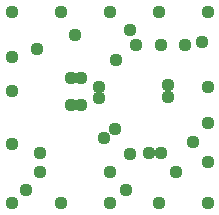
<source format=gbs>
%FSLAX24Y24*%
%MOIN*%
G70*
G01*
G75*
G04 Layer_Color=16711935*
G04 Layer_Color=16711935*
%ADD10R,0.0300X0.0300*%
%ADD11O,0.0118X0.0354*%
%ADD12O,0.0354X0.0118*%
%ADD13R,0.0551X0.0453*%
%ADD14C,0.0300*%
%ADD15C,0.0080*%
%ADD16C,0.0060*%
%ADD17C,0.0070*%
%ADD18C,0.0100*%
%ADD19C,0.0110*%
%ADD20C,0.0200*%
%ADD21C,0.0360*%
%ADD22C,0.0050*%
%ADD23C,0.0043*%
%ADD24R,0.0380X0.0380*%
%ADD25O,0.0198X0.0434*%
%ADD26O,0.0434X0.0198*%
%ADD27R,0.0631X0.0533*%
%ADD28C,0.0440*%
D28*
X6840Y3000D02*
D03*
X6650Y5700D02*
D03*
X6090Y5600D02*
D03*
X6840Y6690D02*
D03*
X5207D02*
D03*
X3575D02*
D03*
X4260Y6090D02*
D03*
X4450Y5600D02*
D03*
X3780Y5090D02*
D03*
X3220Y4190D02*
D03*
Y3830D02*
D03*
X3740Y2780D02*
D03*
X3380Y2470D02*
D03*
X4260Y1960D02*
D03*
X5790Y1340D02*
D03*
X6840Y1700D02*
D03*
Y310D02*
D03*
X5207D02*
D03*
X4120Y740D02*
D03*
X3590Y1340D02*
D03*
X3575Y310D02*
D03*
X1943D02*
D03*
X310D02*
D03*
X790Y740D02*
D03*
X1260Y1340D02*
D03*
Y1971D02*
D03*
X310Y2270D02*
D03*
X2630Y3580D02*
D03*
X2270D02*
D03*
X2630Y4490D02*
D03*
X2270D02*
D03*
X310Y4068D02*
D03*
X2400Y5930D02*
D03*
X1141Y5448D02*
D03*
X310Y5200D02*
D03*
X1943Y6690D02*
D03*
X310D02*
D03*
X5520Y3840D02*
D03*
Y4250D02*
D03*
X6340Y2340D02*
D03*
X6840Y4180D02*
D03*
X5270Y2000D02*
D03*
X4870D02*
D03*
X5290Y5600D02*
D03*
M02*

</source>
